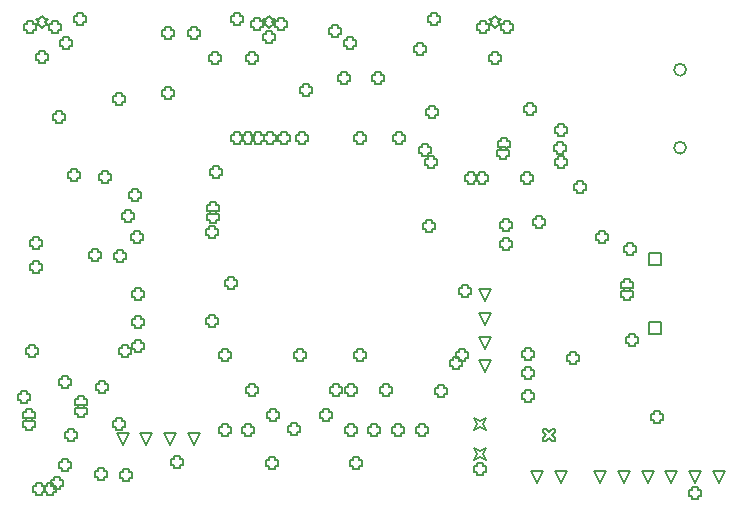
<source format=gbr>
%TF.GenerationSoftware,Altium Limited,Altium Designer,21.9.2 (33)*%
G04 Layer_Color=2752767*
%FSLAX45Y45*%
%MOMM*%
%TF.SameCoordinates,8C9FB855-A7A5-4AEE-82B0-D85B10D48A85*%
%TF.FilePolarity,Positive*%
%TF.FileFunction,Drawing*%
%TF.Part,Single*%
G01*
G75*
%TA.AperFunction,NonConductor*%
%ADD70C,0.12700*%
%ADD107C,0.16933*%
D70*
X16999001Y7788199D02*
Y7889799D01*
X17100601D01*
Y7788199D01*
X16999001D01*
Y8366201D02*
Y8467801D01*
X17100601D01*
Y8366201D01*
X16999001D01*
X15608299Y7461301D02*
X15557500Y7562901D01*
X15659100D01*
X15608299Y7461301D01*
Y7661300D02*
X15557500Y7762900D01*
X15659100D01*
X15608299Y7661300D01*
Y7861300D02*
X15557500Y7962900D01*
X15659100D01*
X15608299Y7861300D01*
Y8061300D02*
X15557500Y8162900D01*
X15659100D01*
X15608299Y8061300D01*
X12541301Y6845300D02*
X12490501Y6946900D01*
X12592101D01*
X12541301Y6845300D01*
X12741300D02*
X12690500Y6946900D01*
X12792100D01*
X12741300Y6845300D01*
X12941299D02*
X12890500Y6946900D01*
X12992101D01*
X12941299Y6845300D01*
X13141299D02*
X13090500Y6946900D01*
X13192101D01*
X13141299Y6845300D01*
X15697200Y10373147D02*
X15722600Y10398547D01*
X15748000D01*
X15722600Y10423947D01*
X15748000Y10449347D01*
X15722600D01*
X15697200Y10474747D01*
X15671800Y10449347D01*
X15646400D01*
X15671800Y10423947D01*
X15646400Y10398547D01*
X15671800D01*
X15697200Y10373147D01*
X16586302Y6527800D02*
X16535503Y6629400D01*
X16637102D01*
X16586302Y6527800D01*
X16786301D02*
X16735501Y6629400D01*
X16837102D01*
X16786301Y6527800D01*
X16986301D02*
X16935501Y6629400D01*
X17037102D01*
X16986301Y6527800D01*
X17186301D02*
X17135500Y6629400D01*
X17237100D01*
X17186301Y6527800D01*
X17386301D02*
X17335500Y6629400D01*
X17437100D01*
X17386301Y6527800D01*
X17586301D02*
X17535500Y6629400D01*
X17637100D01*
X17586301Y6527800D01*
X15519400Y6722298D02*
X15544800Y6773098D01*
X15519400Y6823898D01*
X15570200Y6798498D01*
X15621001Y6823898D01*
X15595599Y6773098D01*
X15621001Y6722298D01*
X15570200Y6747698D01*
X15519400Y6722298D01*
Y6972300D02*
X15544800Y7023100D01*
X15519400Y7073900D01*
X15570200Y7048500D01*
X15621001Y7073900D01*
X15595599Y7023100D01*
X15621001Y6972300D01*
X15570200Y6997700D01*
X15519400Y6972300D01*
X11861800Y10373147D02*
X11887200Y10398547D01*
X11912600D01*
X11887200Y10423947D01*
X11912600Y10449347D01*
X11887200D01*
X11861800Y10474747D01*
X11836400Y10449347D01*
X11811000D01*
X11836400Y10423947D01*
X11811000Y10398547D01*
X11836400D01*
X11861800Y10373147D01*
X13779500D02*
X13804900Y10398547D01*
X13830299D01*
X13804900Y10423947D01*
X13830299Y10449347D01*
X13804900D01*
X13779500Y10474747D01*
X13754100Y10449347D01*
X13728700D01*
X13754100Y10423947D01*
X13728700Y10398547D01*
X13754100D01*
X13779500Y10373147D01*
X16052800Y6527800D02*
X16002000Y6629400D01*
X16103600D01*
X16052800Y6527800D01*
X16252800D02*
X16202000Y6629400D01*
X16303600D01*
X16252800Y6527800D01*
X16573500Y8585200D02*
Y8559800D01*
X16624300D01*
Y8585200D01*
X16649699D01*
Y8636000D01*
X16624300D01*
Y8661400D01*
X16573500D01*
Y8636000D01*
X16548100D01*
Y8585200D01*
X16573500D01*
X16389407Y9003587D02*
Y8978187D01*
X16440208D01*
Y9003587D01*
X16465608D01*
Y9054387D01*
X16440208D01*
Y9079787D01*
X16389407D01*
Y9054387D01*
X16364008D01*
Y9003587D01*
X16389407D01*
X15938499Y9080500D02*
Y9055100D01*
X15989301D01*
Y9080500D01*
X16014700D01*
Y9131300D01*
X15989301D01*
Y9156700D01*
X15938499D01*
Y9131300D01*
X15913100D01*
Y9080500D01*
X15938499D01*
X16230600Y9220200D02*
Y9194800D01*
X16281400D01*
Y9220200D01*
X16306799D01*
Y9271000D01*
X16281400D01*
Y9296400D01*
X16230600D01*
Y9271000D01*
X16205200D01*
Y9220200D01*
X16230600D01*
X13309599Y9131300D02*
Y9105900D01*
X13360400D01*
Y9131300D01*
X13385800D01*
Y9182100D01*
X13360400D01*
Y9207500D01*
X13309599D01*
Y9182100D01*
X13284200D01*
Y9131300D01*
X13309599D01*
X12484100Y9753600D02*
Y9728200D01*
X12534900D01*
Y9753600D01*
X12560300D01*
Y9804400D01*
X12534900D01*
Y9829800D01*
X12484100D01*
Y9804400D01*
X12458700D01*
Y9753600D01*
X12484100D01*
X12026900Y7353300D02*
Y7327900D01*
X12077700D01*
Y7353300D01*
X12103100D01*
Y7404100D01*
X12077700D01*
Y7429500D01*
X12026900D01*
Y7404100D01*
X12001500D01*
Y7353300D01*
X12026900D01*
X11684000Y7226300D02*
Y7200900D01*
X11734800D01*
Y7226300D01*
X11760200D01*
Y7277100D01*
X11734800D01*
Y7302500D01*
X11684000D01*
Y7277100D01*
X11658600D01*
Y7226300D01*
X11684000D01*
X11836400Y10109200D02*
Y10083800D01*
X11887200D01*
Y10109200D01*
X11912600D01*
Y10160000D01*
X11887200D01*
Y10185400D01*
X11836400D01*
Y10160000D01*
X11811000D01*
Y10109200D01*
X11836400D01*
X14071600Y9829800D02*
Y9804400D01*
X14122400D01*
Y9829800D01*
X14147800D01*
Y9880600D01*
X14122400D01*
Y9906000D01*
X14071600D01*
Y9880600D01*
X14046201D01*
Y9829800D01*
X14071600D01*
X12364533Y9087955D02*
Y9062555D01*
X12415333D01*
Y9087955D01*
X12440733D01*
Y9138755D01*
X12415333D01*
Y9164155D01*
X12364533D01*
Y9138755D01*
X12339133D01*
Y9087955D01*
X12364533D01*
X16103600Y6883400D02*
X16128999D01*
X16154401Y6908800D01*
X16179800Y6883400D01*
X16205200D01*
Y6908800D01*
X16179800Y6934200D01*
X16205200Y6959600D01*
Y6985000D01*
X16179800D01*
X16154401Y6959600D01*
X16128999Y6985000D01*
X16103600D01*
Y6959600D01*
X16128999Y6934200D01*
X16103600Y6908800D01*
Y6883400D01*
X15748000Y9372600D02*
Y9347200D01*
X15798801D01*
Y9372600D01*
X15824200D01*
Y9423400D01*
X15798801D01*
Y9448800D01*
X15748000D01*
Y9423400D01*
X15722600D01*
Y9372600D01*
X15748000D01*
X13970000Y6959600D02*
Y6934200D01*
X14020799D01*
Y6959600D01*
X14046201D01*
Y7010400D01*
X14020799D01*
Y7035800D01*
X13970000D01*
Y7010400D01*
X13944600D01*
Y6959600D01*
X13970000D01*
X17043401Y7061200D02*
Y7035800D01*
X17094200D01*
Y7061200D01*
X17119600D01*
Y7112000D01*
X17094200D01*
Y7137400D01*
X17043401D01*
Y7112000D01*
X17017999D01*
Y7061200D01*
X17043401D01*
X12649200Y7658100D02*
Y7632700D01*
X12700000D01*
Y7658100D01*
X12725400D01*
Y7708900D01*
X12700000D01*
Y7734300D01*
X12649200D01*
Y7708900D01*
X12623800D01*
Y7658100D01*
X12649200D01*
X12903200Y10312400D02*
Y10287000D01*
X12953999D01*
Y10312400D01*
X12979401D01*
Y10363200D01*
X12953999D01*
Y10388600D01*
X12903200D01*
Y10363200D01*
X12877800D01*
Y10312400D01*
X12903200D01*
X14033501Y9423400D02*
Y9398000D01*
X14084300D01*
Y9423400D01*
X14109700D01*
Y9474200D01*
X14084300D01*
Y9499600D01*
X14033501D01*
Y9474200D01*
X14008099D01*
Y9423400D01*
X14033501D01*
X14528799D02*
Y9398000D01*
X14579601D01*
Y9423400D01*
X14605000D01*
Y9474200D01*
X14579601D01*
Y9499600D01*
X14528799D01*
Y9474200D01*
X14503400D01*
Y9423400D01*
X14528799D01*
X15735300Y9296400D02*
Y9271000D01*
X15786099D01*
Y9296400D01*
X15811501D01*
Y9347200D01*
X15786099D01*
Y9372600D01*
X15735300D01*
Y9347200D01*
X15709900D01*
Y9296400D01*
X15735300D01*
X15074899Y9321800D02*
Y9296400D01*
X15125700D01*
Y9321800D01*
X15151100D01*
Y9372600D01*
X15125700D01*
Y9398000D01*
X15074899D01*
Y9372600D01*
X15049500D01*
Y9321800D01*
X15074899D01*
X15113000Y8674100D02*
Y8648700D01*
X15163800D01*
Y8674100D01*
X15189200D01*
Y8724900D01*
X15163800D01*
Y8750300D01*
X15113000D01*
Y8724900D01*
X15087601D01*
Y8674100D01*
X15113000D01*
X15417799Y8128000D02*
Y8102600D01*
X15468600D01*
Y8128000D01*
X15494000D01*
Y8178800D01*
X15468600D01*
Y8204200D01*
X15417799D01*
Y8178800D01*
X15392400D01*
Y8128000D01*
X15417799D01*
X14528799Y7581900D02*
Y7556500D01*
X14579601D01*
Y7581900D01*
X14605000D01*
Y7632700D01*
X14579601D01*
Y7658100D01*
X14528799D01*
Y7632700D01*
X14503400D01*
Y7581900D01*
X14528799D01*
X14020799D02*
Y7556500D01*
X14071600D01*
Y7581900D01*
X14097000D01*
Y7632700D01*
X14071600D01*
Y7658100D01*
X14020799D01*
Y7632700D01*
X13995399D01*
Y7581900D01*
X14020799D01*
X13385800D02*
Y7556500D01*
X13436600D01*
Y7581900D01*
X13462000D01*
Y7632700D01*
X13436600D01*
Y7658100D01*
X13385800D01*
Y7632700D01*
X13360400D01*
Y7581900D01*
X13385800D01*
X13271500Y7874000D02*
Y7848600D01*
X13322301D01*
Y7874000D01*
X13347701D01*
Y7924800D01*
X13322301D01*
Y7950200D01*
X13271500D01*
Y7924800D01*
X13246100D01*
Y7874000D01*
X13271500D01*
Y8623300D02*
Y8597900D01*
X13322301D01*
Y8623300D01*
X13347701D01*
Y8674100D01*
X13322301D01*
Y8699500D01*
X13271500D01*
Y8674100D01*
X13246100D01*
Y8623300D01*
X13271500D01*
X14325600Y7289800D02*
Y7264400D01*
X14376401D01*
Y7289800D01*
X14401801D01*
Y7340600D01*
X14376401D01*
Y7366000D01*
X14325600D01*
Y7340600D01*
X14300200D01*
Y7289800D01*
X14325600D01*
X14744701D02*
Y7264400D01*
X14795500D01*
Y7289800D01*
X14820900D01*
Y7340600D01*
X14795500D01*
Y7366000D01*
X14744701D01*
Y7340600D01*
X14719299D01*
Y7289800D01*
X14744701D01*
X15214600Y7277100D02*
Y7251700D01*
X15265401D01*
Y7277100D01*
X15290800D01*
Y7327900D01*
X15265401D01*
Y7353300D01*
X15214600D01*
Y7327900D01*
X15189200D01*
Y7277100D01*
X15214600D01*
X15760699Y8521700D02*
Y8496300D01*
X15811501D01*
Y8521700D01*
X15836900D01*
Y8572500D01*
X15811501D01*
Y8597900D01*
X15760699D01*
Y8572500D01*
X15735300D01*
Y8521700D01*
X15760699D01*
Y8686800D02*
Y8661400D01*
X15811501D01*
Y8686800D01*
X15836900D01*
Y8737600D01*
X15811501D01*
Y8763000D01*
X15760699D01*
Y8737600D01*
X15735300D01*
Y8686800D01*
X15760699D01*
X12039600Y10223500D02*
Y10198100D01*
X12090400D01*
Y10223500D01*
X12115800D01*
Y10274300D01*
X12090400D01*
Y10299700D01*
X12039600D01*
Y10274300D01*
X12014200D01*
Y10223500D01*
X12039600D01*
X15341600Y7518400D02*
Y7493000D01*
X15392400D01*
Y7518400D01*
X15417799D01*
Y7569200D01*
X15392400D01*
Y7594600D01*
X15341600D01*
Y7569200D01*
X15316200D01*
Y7518400D01*
X15341600D01*
X15392400Y7581900D02*
Y7556500D01*
X15443201D01*
Y7581900D01*
X15468600D01*
Y7632700D01*
X15443201D01*
Y7658100D01*
X15392400D01*
Y7632700D01*
X15367000D01*
Y7581900D01*
X15392400D01*
X13576300Y9423400D02*
Y9398000D01*
X13627100D01*
Y9423400D01*
X13652499D01*
Y9474200D01*
X13627100D01*
Y9499600D01*
X13576300D01*
Y9474200D01*
X13550900D01*
Y9423400D01*
X13576300D01*
X13487399D02*
Y9398000D01*
X13538200D01*
Y9423400D01*
X13563600D01*
Y9474200D01*
X13538200D01*
Y9499600D01*
X13487399D01*
Y9474200D01*
X13462000D01*
Y9423400D01*
X13487399D01*
X16332201Y7556500D02*
Y7531100D01*
X16383000D01*
Y7556500D01*
X16408400D01*
Y7607300D01*
X16383000D01*
Y7632700D01*
X16332201D01*
Y7607300D01*
X16306799D01*
Y7556500D01*
X16332201D01*
X13284200Y8750300D02*
Y8724900D01*
X13335001D01*
Y8750300D01*
X13360400D01*
Y8801100D01*
X13335001D01*
Y8826500D01*
X13284200D01*
Y8801100D01*
X13258800D01*
Y8750300D01*
X13284200D01*
Y8826500D02*
Y8801100D01*
X13335001D01*
Y8826500D01*
X13360400D01*
Y8877300D01*
X13335001D01*
Y8902700D01*
X13284200D01*
Y8877300D01*
X13258800D01*
Y8826500D01*
X13284200D01*
X12331700Y6578600D02*
Y6553200D01*
X12382500D01*
Y6578600D01*
X12407900D01*
Y6629400D01*
X12382500D01*
Y6654800D01*
X12331700D01*
Y6629400D01*
X12306300D01*
Y6578600D01*
X12331700D01*
X13766800Y9423400D02*
Y9398000D01*
X13817599D01*
Y9423400D01*
X13842999D01*
Y9474200D01*
X13817599D01*
Y9499600D01*
X13766800D01*
Y9474200D01*
X13741400D01*
Y9423400D01*
X13766800D01*
X13665199D02*
Y9398000D01*
X13716000D01*
Y9423400D01*
X13741400D01*
Y9474200D01*
X13716000D01*
Y9499600D01*
X13665199D01*
Y9474200D01*
X13639799D01*
Y9423400D01*
X13665199D01*
X13436600Y8191500D02*
Y8166100D01*
X13487399D01*
Y8191500D01*
X13512801D01*
Y8242300D01*
X13487399D01*
Y8267700D01*
X13436600D01*
Y8242300D01*
X13411200D01*
Y8191500D01*
X13436600D01*
X13881100Y9423400D02*
Y9398000D01*
X13931900D01*
Y9423400D01*
X13957300D01*
Y9474200D01*
X13931900D01*
Y9499600D01*
X13881100D01*
Y9474200D01*
X13855701D01*
Y9423400D01*
X13881100D01*
X14859000D02*
Y9398000D01*
X14909801D01*
Y9423400D01*
X14935201D01*
Y9474200D01*
X14909801D01*
Y9499600D01*
X14859000D01*
Y9474200D01*
X14833600D01*
Y9423400D01*
X14859000D01*
X15138400Y9639300D02*
Y9613900D01*
X15189200D01*
Y9639300D01*
X15214600D01*
Y9690100D01*
X15189200D01*
Y9715500D01*
X15138400D01*
Y9690100D01*
X15113000D01*
Y9639300D01*
X15138400D01*
X15125700Y9220200D02*
Y9194800D01*
X15176500D01*
Y9220200D01*
X15201900D01*
Y9271000D01*
X15176500D01*
Y9296400D01*
X15125700D01*
Y9271000D01*
X15100301D01*
Y9220200D01*
X15125700D01*
X17360899Y6413500D02*
Y6388100D01*
X17411700D01*
Y6413500D01*
X17437100D01*
Y6464300D01*
X17411700D01*
Y6489700D01*
X17360899D01*
Y6464300D01*
X17335500D01*
Y6413500D01*
X17360899D01*
X14681200Y9931400D02*
Y9906000D01*
X14732001D01*
Y9931400D01*
X14757401D01*
Y9982200D01*
X14732001D01*
Y10007600D01*
X14681200D01*
Y9982200D01*
X14655800D01*
Y9931400D01*
X14681200D01*
X14389101D02*
Y9906000D01*
X14439900D01*
Y9931400D01*
X14465300D01*
Y9982200D01*
X14439900D01*
Y10007600D01*
X14389101D01*
Y9982200D01*
X14363699D01*
Y9931400D01*
X14389101D01*
X15773399Y10363200D02*
Y10337800D01*
X15824200D01*
Y10363200D01*
X15849600D01*
Y10414000D01*
X15824200D01*
Y10439400D01*
X15773399D01*
Y10414000D01*
X15748000D01*
Y10363200D01*
X15773399D01*
X15570200D02*
Y10337800D01*
X15621001D01*
Y10363200D01*
X15646400D01*
Y10414000D01*
X15621001D01*
Y10439400D01*
X15570200D01*
Y10414000D01*
X15544800D01*
Y10363200D01*
X15570200D01*
X15671800Y10096500D02*
Y10071100D01*
X15722600D01*
Y10096500D01*
X15748000D01*
Y10147300D01*
X15722600D01*
Y10172700D01*
X15671800D01*
Y10147300D01*
X15646400D01*
Y10096500D01*
X15671800D01*
X11938946Y10360474D02*
Y10335074D01*
X11989746D01*
Y10360474D01*
X12015146D01*
Y10411274D01*
X11989746D01*
Y10436674D01*
X11938946D01*
Y10411274D01*
X11913546D01*
Y10360474D01*
X11938946D01*
X11734800Y10363200D02*
Y10337800D01*
X11785600D01*
Y10363200D01*
X11811000D01*
Y10414000D01*
X11785600D01*
Y10439400D01*
X11734800D01*
Y10414000D01*
X11709400D01*
Y10363200D01*
X11734800D01*
X13855701Y10388600D02*
Y10363200D01*
X13906500D01*
Y10388600D01*
X13931900D01*
Y10439400D01*
X13906500D01*
Y10464800D01*
X13855701D01*
Y10439400D01*
X13830299D01*
Y10388600D01*
X13855701D01*
X13652499D02*
Y10363200D01*
X13703300D01*
Y10388600D01*
X13728700D01*
Y10439400D01*
X13703300D01*
Y10464800D01*
X13652499D01*
Y10439400D01*
X13627100D01*
Y10388600D01*
X13652499D01*
X13754100Y10274300D02*
Y10248900D01*
X13804900D01*
Y10274300D01*
X13830299D01*
Y10325100D01*
X13804900D01*
Y10350500D01*
X13754100D01*
Y10325100D01*
X13728700D01*
Y10274300D01*
X13754100D01*
X13614400Y10096500D02*
Y10071100D01*
X13665199D01*
Y10096500D01*
X13690601D01*
Y10147300D01*
X13665199D01*
Y10172700D01*
X13614400D01*
Y10147300D01*
X13589000D01*
Y10096500D01*
X13614400D01*
X13296899D02*
Y10071100D01*
X13347701D01*
Y10096500D01*
X13373100D01*
Y10147300D01*
X13347701D01*
Y10172700D01*
X13296899D01*
Y10147300D01*
X13271500D01*
Y10096500D01*
X13296899D01*
X13119099Y10312400D02*
Y10287000D01*
X13169901D01*
Y10312400D01*
X13195300D01*
Y10363200D01*
X13169901D01*
Y10388600D01*
X13119099D01*
Y10363200D01*
X13093700D01*
Y10312400D01*
X13119099D01*
X13614400Y7289800D02*
Y7264400D01*
X13665199D01*
Y7289800D01*
X13690601D01*
Y7340600D01*
X13665199D01*
Y7366000D01*
X13614400D01*
Y7340600D01*
X13589000D01*
Y7289800D01*
X13614400D01*
X15036800Y10172700D02*
Y10147300D01*
X15087601D01*
Y10172700D01*
X15113000D01*
Y10223500D01*
X15087601D01*
Y10248900D01*
X15036800D01*
Y10223500D01*
X15011400D01*
Y10172700D01*
X15036800D01*
X14312900Y10325100D02*
Y10299700D01*
X14363699D01*
Y10325100D01*
X14389101D01*
Y10375900D01*
X14363699D01*
Y10401300D01*
X14312900D01*
Y10375900D01*
X14287500D01*
Y10325100D01*
X14312900D01*
X14452600Y7289800D02*
Y7264400D01*
X14503400D01*
Y7289800D01*
X14528799D01*
Y7340600D01*
X14503400D01*
Y7366000D01*
X14452600D01*
Y7340600D01*
X14427200D01*
Y7289800D01*
X14452600D01*
X14439900Y10223500D02*
Y10198100D01*
X14490700D01*
Y10223500D01*
X14516100D01*
Y10274300D01*
X14490700D01*
Y10299700D01*
X14439900D01*
Y10274300D01*
X14414500D01*
Y10223500D01*
X14439900D01*
X12103100Y9105900D02*
Y9080500D01*
X12153900D01*
Y9105900D01*
X12179300D01*
Y9156700D01*
X12153900D01*
Y9182100D01*
X12103100D01*
Y9156700D01*
X12077700D01*
Y9105900D01*
X12103100D01*
X12903200Y9804400D02*
Y9779000D01*
X12953999D01*
Y9804400D01*
X12979401D01*
Y9855200D01*
X12953999D01*
Y9880600D01*
X12903200D01*
Y9855200D01*
X12877800D01*
Y9804400D01*
X12903200D01*
X15544800Y6616700D02*
Y6591300D01*
X15595599D01*
Y6616700D01*
X15621001D01*
Y6667500D01*
X15595599D01*
Y6692900D01*
X15544800D01*
Y6667500D01*
X15519400D01*
Y6616700D01*
X15544800D01*
X15151100Y10426700D02*
Y10401300D01*
X15201900D01*
Y10426700D01*
X15227299D01*
Y10477500D01*
X15201900D01*
Y10502900D01*
X15151100D01*
Y10477500D01*
X15125700D01*
Y10426700D01*
X15151100D01*
X13487399D02*
Y10401300D01*
X13538200D01*
Y10426700D01*
X13563600D01*
Y10477500D01*
X13538200D01*
Y10502900D01*
X13487399D01*
Y10477500D01*
X13462000D01*
Y10426700D01*
X13487399D01*
X12153900D02*
Y10401300D01*
X12204700D01*
Y10426700D01*
X12230100D01*
Y10477500D01*
X12204700D01*
Y10502900D01*
X12153900D01*
Y10477500D01*
X12128500D01*
Y10426700D01*
X12153900D01*
X16040100Y8712200D02*
Y8686800D01*
X16090900D01*
Y8712200D01*
X16116299D01*
Y8763000D01*
X16090900D01*
Y8788400D01*
X16040100D01*
Y8763000D01*
X16014700D01*
Y8712200D01*
X16040100D01*
X16230600Y9486900D02*
Y9461500D01*
X16281400D01*
Y9486900D01*
X16306799D01*
Y9537700D01*
X16281400D01*
Y9563100D01*
X16230600D01*
Y9537700D01*
X16205200D01*
Y9486900D01*
X16230600D01*
X11976100Y9601200D02*
Y9575800D01*
X12026900D01*
Y9601200D01*
X12052300D01*
Y9652000D01*
X12026900D01*
Y9677400D01*
X11976100D01*
Y9652000D01*
X11950700D01*
Y9601200D01*
X11976100D01*
X12636500Y8585200D02*
Y8559800D01*
X12687300D01*
Y8585200D01*
X12712700D01*
Y8636000D01*
X12687300D01*
Y8661400D01*
X12636500D01*
Y8636000D01*
X12611100D01*
Y8585200D01*
X12636500D01*
X12560300Y8763000D02*
Y8737600D01*
X12611100D01*
Y8763000D01*
X12636500D01*
Y8813800D01*
X12611100D01*
Y8839200D01*
X12560300D01*
Y8813800D01*
X12534900D01*
Y8763000D01*
X12560300D01*
X12623800Y8940800D02*
Y8915400D01*
X12674600D01*
Y8940800D01*
X12700000D01*
Y8991600D01*
X12674600D01*
Y9017000D01*
X12623800D01*
Y8991600D01*
X12598400D01*
Y8940800D01*
X12623800D01*
X11785600Y8534400D02*
Y8509000D01*
X11836400D01*
Y8534400D01*
X11861800D01*
Y8585200D01*
X11836400D01*
Y8610600D01*
X11785600D01*
Y8585200D01*
X11760200D01*
Y8534400D01*
X11785600D01*
Y8331200D02*
Y8305800D01*
X11836400D01*
Y8331200D01*
X11861800D01*
Y8382000D01*
X11836400D01*
Y8407400D01*
X11785600D01*
Y8382000D01*
X11760200D01*
Y8331200D01*
X11785600D01*
X12280900Y8432800D02*
Y8407400D01*
X12331700D01*
Y8432800D01*
X12357100D01*
Y8483600D01*
X12331700D01*
Y8509000D01*
X12280900D01*
Y8483600D01*
X12255500D01*
Y8432800D01*
X12280900D01*
X12496800Y8420100D02*
Y8394700D01*
X12547600D01*
Y8420100D01*
X12573000D01*
Y8470900D01*
X12547600D01*
Y8496300D01*
X12496800D01*
Y8470900D01*
X12471400D01*
Y8420100D01*
X12496800D01*
X12649200Y8102600D02*
Y8077200D01*
X12700000D01*
Y8102600D01*
X12725400D01*
Y8153400D01*
X12700000D01*
Y8178800D01*
X12649200D01*
Y8153400D01*
X12623800D01*
Y8102600D01*
X12649200D01*
Y7861300D02*
Y7835900D01*
X12700000D01*
Y7861300D01*
X12725400D01*
Y7912100D01*
X12700000D01*
Y7937500D01*
X12649200D01*
Y7912100D01*
X12623800D01*
Y7861300D01*
X12649200D01*
X11747500Y7620000D02*
Y7594600D01*
X11798300D01*
Y7620000D01*
X11823700D01*
Y7670800D01*
X11798300D01*
Y7696200D01*
X11747500D01*
Y7670800D01*
X11722100D01*
Y7620000D01*
X11747500D01*
X12534900D02*
Y7594600D01*
X12585700D01*
Y7620000D01*
X12611100D01*
Y7670800D01*
X12585700D01*
Y7696200D01*
X12534900D01*
Y7670800D01*
X12509500D01*
Y7620000D01*
X12534900D01*
X12344400Y7315200D02*
Y7289800D01*
X12395200D01*
Y7315200D01*
X12420600D01*
Y7366000D01*
X12395200D01*
Y7391400D01*
X12344400D01*
Y7366000D01*
X12319000D01*
Y7315200D01*
X12344400D01*
X15049500Y6946900D02*
Y6921500D01*
X15100301D01*
Y6946900D01*
X15125700D01*
Y6997700D01*
X15100301D01*
Y7023100D01*
X15049500D01*
Y6997700D01*
X15024100D01*
Y6946900D01*
X15049500D01*
X14846300D02*
Y6921500D01*
X14897099D01*
Y6946900D01*
X14922501D01*
Y6997700D01*
X14897099D01*
Y7023100D01*
X14846300D01*
Y6997700D01*
X14820900D01*
Y6946900D01*
X14846300D01*
X14643100D02*
Y6921500D01*
X14693900D01*
Y6946900D01*
X14719299D01*
Y6997700D01*
X14693900D01*
Y7023100D01*
X14643100D01*
Y6997700D01*
X14617700D01*
Y6946900D01*
X14643100D01*
X14452600D02*
Y6921500D01*
X14503400D01*
Y6946900D01*
X14528799D01*
Y6997700D01*
X14503400D01*
Y7023100D01*
X14452600D01*
Y6997700D01*
X14427200D01*
Y6946900D01*
X14452600D01*
X14236700Y7073900D02*
Y7048500D01*
X14287500D01*
Y7073900D01*
X14312900D01*
Y7124700D01*
X14287500D01*
Y7150100D01*
X14236700D01*
Y7124700D01*
X14211301D01*
Y7073900D01*
X14236700D01*
X13792200D02*
Y7048500D01*
X13842999D01*
Y7073900D01*
X13868401D01*
Y7124700D01*
X13842999D01*
Y7150100D01*
X13792200D01*
Y7124700D01*
X13766800D01*
Y7073900D01*
X13792200D01*
X13576300Y6946900D02*
Y6921500D01*
X13627100D01*
Y6946900D01*
X13652499D01*
Y6997700D01*
X13627100D01*
Y7023100D01*
X13576300D01*
Y6997700D01*
X13550900D01*
Y6946900D01*
X13576300D01*
X13385800D02*
Y6921500D01*
X13436600D01*
Y6946900D01*
X13462000D01*
Y6997700D01*
X13436600D01*
Y7023100D01*
X13385800D01*
Y6997700D01*
X13360400D01*
Y6946900D01*
X13385800D01*
X12077700Y6908800D02*
Y6883400D01*
X12128500D01*
Y6908800D01*
X12153900D01*
Y6959600D01*
X12128500D01*
Y6985000D01*
X12077700D01*
Y6959600D01*
X12052300D01*
Y6908800D01*
X12077700D01*
X11722100Y7073900D02*
Y7048500D01*
X11772900D01*
Y7073900D01*
X11798300D01*
Y7124700D01*
X11772900D01*
Y7150100D01*
X11722100D01*
Y7124700D01*
X11696700D01*
Y7073900D01*
X11722100D01*
Y6997700D02*
Y6972300D01*
X11772900D01*
Y6997700D01*
X11798300D01*
Y7048500D01*
X11772900D01*
Y7073900D01*
X11722100D01*
Y7048500D01*
X11696700D01*
Y6997700D01*
X11722100D01*
X13779500Y6667500D02*
Y6642100D01*
X13830299D01*
Y6667500D01*
X13855701D01*
Y6718300D01*
X13830299D01*
Y6743700D01*
X13779500D01*
Y6718300D01*
X13754100D01*
Y6667500D01*
X13779500D01*
X12979401Y6680200D02*
Y6654800D01*
X13030200D01*
Y6680200D01*
X13055600D01*
Y6731000D01*
X13030200D01*
Y6756400D01*
X12979401D01*
Y6731000D01*
X12953999D01*
Y6680200D01*
X12979401D01*
X12484100Y6997700D02*
Y6972300D01*
X12534900D01*
Y6997700D01*
X12560300D01*
Y7048500D01*
X12534900D01*
Y7073900D01*
X12484100D01*
Y7048500D01*
X12458700D01*
Y6997700D01*
X12484100D01*
X14490700Y6667500D02*
Y6642100D01*
X14541499D01*
Y6667500D01*
X14566901D01*
Y6718300D01*
X14541499D01*
Y6743700D01*
X14490700D01*
Y6718300D01*
X14465300D01*
Y6667500D01*
X14490700D01*
X12166600Y7112000D02*
Y7086600D01*
X12217400D01*
Y7112000D01*
X12242800D01*
Y7162800D01*
X12217400D01*
Y7188200D01*
X12166600D01*
Y7162800D01*
X12141200D01*
Y7112000D01*
X12166600D01*
Y7188200D02*
Y7162800D01*
X12217400D01*
Y7188200D01*
X12242800D01*
Y7239000D01*
X12217400D01*
Y7264400D01*
X12166600D01*
Y7239000D01*
X12141200D01*
Y7188200D01*
X12166600D01*
X11899900Y6451600D02*
Y6426200D01*
X11950700D01*
Y6451600D01*
X11976100D01*
Y6502400D01*
X11950700D01*
Y6527800D01*
X11899900D01*
Y6502400D01*
X11874500D01*
Y6451600D01*
X11899900D01*
X11963400Y6502400D02*
Y6477000D01*
X12014200D01*
Y6502400D01*
X12039600D01*
Y6553200D01*
X12014200D01*
Y6578600D01*
X11963400D01*
Y6553200D01*
X11938000D01*
Y6502400D01*
X11963400D01*
X11811000Y6451600D02*
Y6426200D01*
X11861800D01*
Y6451600D01*
X11887200D01*
Y6502400D01*
X11861800D01*
Y6527800D01*
X11811000D01*
Y6502400D01*
X11785600D01*
Y6451600D01*
X11811000D01*
X12547600Y6565900D02*
Y6540500D01*
X12598400D01*
Y6565900D01*
X12623800D01*
Y6616700D01*
X12598400D01*
Y6642100D01*
X12547600D01*
Y6616700D01*
X12522200D01*
Y6565900D01*
X12547600D01*
X12026900Y6654800D02*
Y6629400D01*
X12077700D01*
Y6654800D01*
X12103100D01*
Y6705600D01*
X12077700D01*
Y6731000D01*
X12026900D01*
Y6705600D01*
X12001500D01*
Y6654800D01*
X12026900D01*
X15951199Y7239000D02*
Y7213600D01*
X16002000D01*
Y7239000D01*
X16027400D01*
Y7289800D01*
X16002000D01*
Y7315200D01*
X15951199D01*
Y7289800D01*
X15925800D01*
Y7239000D01*
X15951199D01*
Y7429500D02*
Y7404100D01*
X16002000D01*
Y7429500D01*
X16027400D01*
Y7480300D01*
X16002000D01*
Y7505700D01*
X15951199D01*
Y7480300D01*
X15925800D01*
Y7429500D01*
X15951199D01*
Y7594600D02*
Y7569200D01*
X16002000D01*
Y7594600D01*
X16027400D01*
Y7645400D01*
X16002000D01*
Y7670800D01*
X15951199D01*
Y7645400D01*
X15925800D01*
Y7594600D01*
X15951199D01*
X16828967Y7710368D02*
Y7684968D01*
X16879768D01*
Y7710368D01*
X16905168D01*
Y7761168D01*
X16879768D01*
Y7786568D01*
X16828967D01*
Y7761168D01*
X16803568D01*
Y7710368D01*
X16828967D01*
X16814799Y8483600D02*
Y8458200D01*
X16865601D01*
Y8483600D01*
X16891000D01*
Y8534400D01*
X16865601D01*
Y8559800D01*
X16814799D01*
Y8534400D01*
X16789400D01*
Y8483600D01*
X16814799D01*
X16217900Y9334500D02*
Y9309100D01*
X16268700D01*
Y9334500D01*
X16294099D01*
Y9385300D01*
X16268700D01*
Y9410700D01*
X16217900D01*
Y9385300D01*
X16192500D01*
Y9334500D01*
X16217900D01*
X16789400Y8102600D02*
Y8077200D01*
X16840199D01*
Y8102600D01*
X16865601D01*
Y8153400D01*
X16840199D01*
Y8178800D01*
X16789400D01*
Y8153400D01*
X16764000D01*
Y8102600D01*
X16789400D01*
Y8178800D02*
Y8153400D01*
X16840199D01*
Y8178800D01*
X16865601D01*
Y8229600D01*
X16840199D01*
Y8255000D01*
X16789400D01*
Y8229600D01*
X16764000D01*
Y8178800D01*
X16789400D01*
X15557500Y9080500D02*
Y9055100D01*
X15608299D01*
Y9080500D01*
X15633701D01*
Y9131300D01*
X15608299D01*
Y9156700D01*
X15557500D01*
Y9131300D01*
X15532100D01*
Y9080500D01*
X15557500D01*
X15468600D02*
Y9055100D01*
X15519400D01*
Y9080500D01*
X15544800D01*
Y9131300D01*
X15519400D01*
Y9156700D01*
X15468600D01*
Y9131300D01*
X15443201D01*
Y9080500D01*
X15468600D01*
X15963901Y9664700D02*
Y9639300D01*
X16014700D01*
Y9664700D01*
X16040100D01*
Y9715500D01*
X16014700D01*
Y9740900D01*
X15963901D01*
Y9715500D01*
X15938499D01*
Y9664700D01*
X15963901D01*
D107*
X17311299Y9363304D02*
G03*
X17311299Y9363304I-50800J0D01*
G01*
Y10023302D02*
G03*
X17311299Y10023302I-50800J0D01*
G01*
%TF.MD5,049bb0603e4c4a00d4bec9bc36c32fd1*%
M02*

</source>
